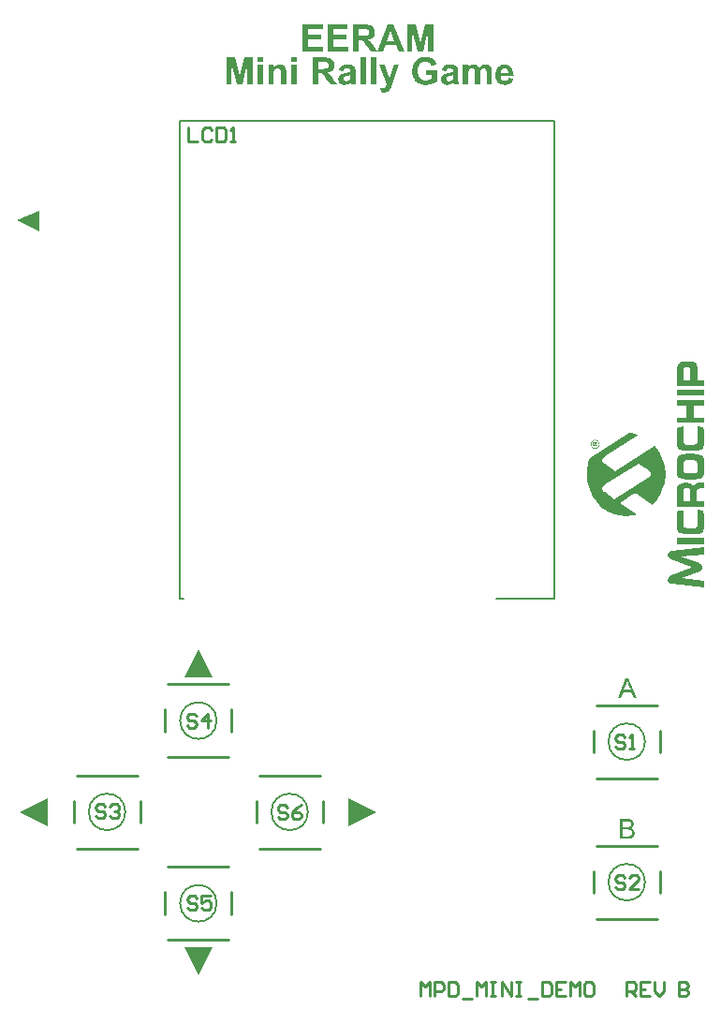
<source format=gto>
G04*
G04 #@! TF.GenerationSoftware,Altium Limited,Altium Designer,19.1.8 (144)*
G04*
G04 Layer_Color=65535*
%FSLAX24Y24*%
%MOIN*%
G70*
G01*
G75*
%ADD10C,0.0079*%
%ADD11C,0.0100*%
%ADD12C,0.0080*%
%ADD13C,0.0090*%
G36*
X1350Y27650D02*
X550Y28050D01*
X1350Y28400D01*
Y27650D01*
D02*
G37*
G36*
X7500Y11800D02*
X6500D01*
X7000Y12800D01*
X7500Y11800D01*
D02*
G37*
G36*
X13350Y7000D02*
X12350Y6500D01*
Y7500D01*
X13350Y7000D01*
D02*
G37*
G36*
X1650Y6500D02*
X650Y7000D01*
X1650Y7500D01*
Y6500D01*
D02*
G37*
G36*
X7000Y1200D02*
X6500Y2200D01*
X7500D01*
X7000Y1200D01*
D02*
G37*
G36*
X15362Y34054D02*
X15183D01*
X15182Y34809D01*
X14993Y34054D01*
X14805D01*
X14617Y34809D01*
Y34054D01*
X14438D01*
Y35014D01*
X14728D01*
X14900Y34358D01*
X15070Y35014D01*
X15362D01*
Y34054D01*
D02*
G37*
G36*
X14336D02*
X14127D01*
X14043Y34272D01*
X13657D01*
X13578Y34054D01*
X13373D01*
X13745Y35014D01*
X13950D01*
X14336Y34054D01*
D02*
G37*
G36*
X12948Y35013D02*
X12963D01*
X12979Y35012D01*
X12997D01*
X13033Y35007D01*
X13070Y35003D01*
X13105Y34996D01*
X13120Y34992D01*
X13134Y34988D01*
X13136D01*
X13137Y34987D01*
X13145Y34982D01*
X13158Y34975D01*
X13174Y34967D01*
X13193Y34953D01*
X13211Y34938D01*
X13229Y34919D01*
X13245Y34895D01*
Y34894D01*
X13247Y34892D01*
X13249Y34888D01*
X13252Y34884D01*
X13259Y34870D01*
X13267Y34852D01*
X13274Y34830D01*
X13281Y34805D01*
X13287Y34776D01*
X13288Y34745D01*
Y34744D01*
Y34741D01*
Y34734D01*
X13287Y34727D01*
Y34717D01*
X13285Y34708D01*
X13280Y34683D01*
X13273Y34653D01*
X13262Y34624D01*
X13245Y34594D01*
X13236Y34580D01*
X13224Y34566D01*
X13223Y34565D01*
X13222Y34563D01*
X13217Y34559D01*
X13212Y34555D01*
X13206Y34549D01*
X13198Y34542D01*
X13188Y34535D01*
X13177Y34528D01*
X13165Y34520D01*
X13149Y34513D01*
X13134Y34506D01*
X13118Y34499D01*
X13098Y34492D01*
X13079Y34487D01*
X13058Y34481D01*
X13034Y34477D01*
X13036D01*
X13037Y34476D01*
X13045Y34470D01*
X13056Y34463D01*
X13070Y34454D01*
X13087Y34441D01*
X13104Y34429D01*
X13122Y34413D01*
X13137Y34397D01*
X13138Y34395D01*
X13145Y34388D01*
X13154Y34377D01*
X13166Y34361D01*
X13183Y34340D01*
X13191Y34326D01*
X13201Y34312D01*
X13212Y34297D01*
X13223Y34280D01*
X13236Y34261D01*
X13248Y34241D01*
X13366Y34054D01*
X13133D01*
X12994Y34262D01*
X12993Y34263D01*
X12991Y34268D01*
X12987Y34273D01*
X12982Y34280D01*
X12976Y34288D01*
X12969Y34299D01*
X12954Y34322D01*
X12936Y34347D01*
X12919Y34369D01*
X12904Y34390D01*
X12897Y34397D01*
X12891Y34404D01*
X12890Y34405D01*
X12887Y34408D01*
X12882Y34413D01*
X12875Y34420D01*
X12865Y34426D01*
X12855Y34433D01*
X12844Y34438D01*
X12833Y34444D01*
X12832D01*
X12827Y34445D01*
X12821Y34448D01*
X12809Y34449D01*
X12796Y34452D01*
X12779Y34454D01*
X12759Y34455D01*
X12697D01*
Y34054D01*
X12503D01*
Y35014D01*
X12936D01*
X12948Y35013D01*
D02*
G37*
G36*
X12319Y34852D02*
X11802D01*
Y34640D01*
X12283D01*
Y34477D01*
X11802D01*
Y34216D01*
X12337D01*
Y34054D01*
X11607D01*
Y35014D01*
X12319D01*
Y34852D01*
D02*
G37*
G36*
X11424D02*
X10906D01*
Y34640D01*
X11388D01*
Y34477D01*
X10906D01*
Y34216D01*
X11442D01*
Y34054D01*
X10712Y34054D01*
Y35014D01*
X11424Y35014D01*
Y34852D01*
D02*
G37*
G36*
X10497Y33673D02*
X10312D01*
Y33844D01*
X10497D01*
Y33673D01*
D02*
G37*
G36*
X9303D02*
X9119D01*
Y33844D01*
X9303D01*
Y33673D01*
D02*
G37*
G36*
X15115Y33860D02*
X15130Y33859D01*
X15148Y33858D01*
X15168Y33856D01*
X15188Y33852D01*
X15233Y33844D01*
X15279Y33830D01*
X15302Y33821D01*
X15324Y33812D01*
X15345Y33801D01*
X15365Y33787D01*
X15366Y33785D01*
X15369Y33784D01*
X15374Y33778D01*
X15381Y33773D01*
X15390Y33766D01*
X15398Y33756D01*
X15408Y33745D01*
X15419Y33733D01*
X15430Y33719D01*
X15441Y33703D01*
X15452Y33687D01*
X15462Y33667D01*
X15473Y33648D01*
X15481Y33627D01*
X15490Y33604D01*
X15495Y33580D01*
X15302Y33544D01*
Y33545D01*
X15301Y33547D01*
X15298Y33555D01*
X15293Y33567D01*
X15284Y33584D01*
X15275Y33602D01*
X15261Y33620D01*
X15244Y33638D01*
X15225Y33655D01*
X15222Y33656D01*
X15215Y33662D01*
X15202Y33669D01*
X15187Y33676D01*
X15166Y33684D01*
X15143Y33690D01*
X15116Y33695D01*
X15086Y33697D01*
X15073D01*
X15065Y33695D01*
X15054Y33694D01*
X15041Y33692D01*
X15027Y33690D01*
X15012Y33687D01*
X14980Y33677D01*
X14964Y33670D01*
X14947Y33662D01*
X14930Y33652D01*
X14914Y33642D01*
X14898Y33629D01*
X14883Y33615D01*
X14882Y33613D01*
X14880Y33610D01*
X14876Y33606D01*
X14872Y33599D01*
X14866Y33591D01*
X14859Y33581D01*
X14853Y33569D01*
X14847Y33555D01*
X14840Y33538D01*
X14833Y33520D01*
X14826Y33501D01*
X14821Y33480D01*
X14816Y33456D01*
X14812Y33430D01*
X14811Y33404D01*
X14810Y33375D01*
Y33373D01*
Y33368D01*
Y33358D01*
X14811Y33347D01*
X14812Y33331D01*
X14814Y33316D01*
X14816Y33297D01*
X14819Y33277D01*
X14828Y33236D01*
X14841Y33193D01*
X14850Y33172D01*
X14859Y33152D01*
X14872Y33133D01*
X14884Y33116D01*
X14886Y33115D01*
X14889Y33112D01*
X14893Y33108D01*
X14898Y33102D01*
X14907Y33097D01*
X14915Y33089D01*
X14926Y33082D01*
X14939Y33073D01*
X14952Y33065D01*
X14966Y33058D01*
X15001Y33044D01*
X15021Y33039D01*
X15040Y33034D01*
X15062Y33032D01*
X15084Y33030D01*
X15095D01*
X15107Y33032D01*
X15123Y33033D01*
X15141Y33036D01*
X15162Y33040D01*
X15184Y33046D01*
X15207Y33054D01*
X15208D01*
X15209Y33055D01*
X15216Y33058D01*
X15229Y33064D01*
X15243Y33071D01*
X15259Y33079D01*
X15277Y33089D01*
X15295Y33100D01*
X15312Y33112D01*
Y33236D01*
X15090D01*
Y33398D01*
X15508D01*
Y33012D01*
X15505Y33009D01*
X15501Y33007D01*
X15497Y33003D01*
X15490Y32997D01*
X15483Y32991D01*
X15463Y32978D01*
X15437Y32962D01*
X15406Y32944D01*
X15372Y32926D01*
X15330Y32910D01*
X15329D01*
X15324Y32908D01*
X15319Y32905D01*
X15311Y32903D01*
X15299Y32900D01*
X15287Y32896D01*
X15273Y32891D01*
X15258Y32887D01*
X15223Y32879D01*
X15183Y32872D01*
X15141Y32866D01*
X15097Y32865D01*
X15082D01*
X15072Y32866D01*
X15058D01*
X15043Y32868D01*
X15026Y32871D01*
X15007Y32873D01*
X14966Y32880D01*
X14922Y32891D01*
X14876Y32907D01*
X14855Y32916D01*
X14833Y32928D01*
X14832Y32929D01*
X14829Y32930D01*
X14822Y32935D01*
X14815Y32940D01*
X14805Y32946D01*
X14796Y32954D01*
X14783Y32964D01*
X14771Y32975D01*
X14743Y33000D01*
X14715Y33032D01*
X14689Y33068D01*
X14665Y33109D01*
Y33111D01*
X14662Y33115D01*
X14660Y33122D01*
X14657Y33130D01*
X14653Y33141D01*
X14647Y33154D01*
X14643Y33169D01*
X14637Y33186D01*
X14632Y33204D01*
X14628Y33225D01*
X14618Y33268D01*
X14612Y33315D01*
X14610Y33366D01*
Y33368D01*
Y33373D01*
Y33381D01*
X14611Y33391D01*
Y33405D01*
X14612Y33420D01*
X14615Y33437D01*
X14618Y33456D01*
X14625Y33497D01*
X14636Y33542D01*
X14651Y33588D01*
X14661Y33610D01*
X14672Y33633D01*
X14674Y33634D01*
X14675Y33638D01*
X14679Y33644D01*
X14683Y33652D01*
X14690Y33662D01*
X14698Y33673D01*
X14708Y33685D01*
X14718Y33699D01*
X14730Y33713D01*
X14744Y33728D01*
X14760Y33744D01*
X14776Y33759D01*
X14794Y33773D01*
X14812Y33788D01*
X14855Y33813D01*
X14857D01*
X14859Y33816D01*
X14865Y33817D01*
X14872Y33821D01*
X14882Y33824D01*
X14891Y33828D01*
X14905Y33833D01*
X14919Y33838D01*
X14934Y33842D01*
X14952Y33846D01*
X14972Y33851D01*
X14991Y33855D01*
X15036Y33860D01*
X15086Y33862D01*
X15102D01*
X15115Y33860D01*
D02*
G37*
G36*
X17241Y33594D02*
X17259Y33591D01*
X17280Y33587D01*
X17301Y33581D01*
X17323Y33574D01*
X17344Y33563D01*
X17347Y33562D01*
X17352Y33558D01*
X17362Y33551D01*
X17375Y33541D01*
X17387Y33527D01*
X17401Y33512D01*
X17413Y33494D01*
X17425Y33472D01*
X17426Y33470D01*
X17427Y33463D01*
X17430Y33452D01*
X17434Y33437D01*
X17438Y33418D01*
X17441Y33393D01*
X17443Y33362D01*
X17444Y33327D01*
Y32883D01*
X17259D01*
Y33280D01*
Y33282D01*
Y33284D01*
Y33290D01*
Y33297D01*
X17258Y33315D01*
X17257Y33336D01*
X17255Y33358D01*
X17251Y33380D01*
X17247Y33399D01*
X17243Y33406D01*
X17240Y33413D01*
X17239Y33415D01*
X17234Y33420D01*
X17229Y33426D01*
X17220Y33434D01*
X17209Y33441D01*
X17196Y33448D01*
X17179Y33452D01*
X17161Y33454D01*
X17154D01*
X17147Y33452D01*
X17137Y33451D01*
X17126Y33448D01*
X17114Y33444D01*
X17100Y33438D01*
X17087Y33430D01*
X17086Y33429D01*
X17082Y33426D01*
X17076Y33420D01*
X17069Y33412D01*
X17061Y33402D01*
X17053Y33391D01*
X17046Y33377D01*
X17039Y33361D01*
Y33358D01*
X17036Y33352D01*
X17034Y33341D01*
X17032Y33326D01*
X17029Y33305D01*
X17028Y33280D01*
X17025Y33251D01*
Y33216D01*
Y32883D01*
X16840D01*
Y33263D01*
Y33265D01*
Y33268D01*
Y33273D01*
Y33280D01*
Y33297D01*
X16839Y33318D01*
X16837Y33340D01*
X16836Y33361D01*
X16833Y33380D01*
X16830Y33388D01*
X16829Y33394D01*
Y33395D01*
X16828Y33399D01*
X16825Y33405D01*
X16822Y33411D01*
X16812Y33426D01*
X16805Y33433D01*
X16799Y33438D01*
X16797Y33440D01*
X16794Y33441D01*
X16790Y33444D01*
X16785Y33447D01*
X16776Y33449D01*
X16767Y33451D01*
X16755Y33454D01*
X16736D01*
X16728Y33452D01*
X16718Y33451D01*
X16706Y33448D01*
X16693Y33444D01*
X16681Y33438D01*
X16667Y33430D01*
X16665Y33429D01*
X16661Y33426D01*
X16656Y33420D01*
X16649Y33413D01*
X16640Y33404D01*
X16632Y33393D01*
X16625Y33379D01*
X16618Y33363D01*
Y33362D01*
X16615Y33355D01*
X16614Y33344D01*
X16611Y33330D01*
X16608Y33309D01*
X16607Y33286D01*
X16604Y33255D01*
Y33220D01*
Y32883D01*
X16420Y32883D01*
Y33580D01*
X16589Y33580D01*
Y33484D01*
X16590Y33486D01*
X16593Y33488D01*
X16599Y33494D01*
X16606Y33502D01*
X16614Y33511D01*
X16624Y33519D01*
X16636Y33530D01*
X16650Y33540D01*
X16665Y33549D01*
X16682Y33561D01*
X16718Y33579D01*
X16739Y33585D01*
X16760Y33591D01*
X16782Y33594D01*
X16805Y33595D01*
X16817D01*
X16829Y33594D01*
X16844Y33592D01*
X16862Y33588D01*
X16882Y33584D01*
X16901Y33577D01*
X16921Y33567D01*
X16923Y33566D01*
X16929Y33562D01*
X16939Y33556D01*
X16950Y33547D01*
X16962Y33534D01*
X16976Y33520D01*
X16990Y33502D01*
X17003Y33483D01*
X17005Y33486D01*
X17011Y33492D01*
X17019Y33502D01*
X17032Y33515D01*
X17047Y33529D01*
X17064Y33542D01*
X17082Y33556D01*
X17101Y33567D01*
X17104Y33569D01*
X17111Y33572D01*
X17122Y33576D01*
X17136Y33581D01*
X17152Y33587D01*
X17172Y33591D01*
X17193Y33594D01*
X17215Y33595D01*
X17227D01*
X17241Y33594D01*
D02*
G37*
G36*
X9913Y33594D02*
X9928Y33592D01*
X9945Y33590D01*
X9963Y33585D01*
X9982Y33580D01*
X10001Y33573D01*
X10004Y33572D01*
X10010Y33569D01*
X10020Y33565D01*
X10031Y33558D01*
X10043Y33549D01*
X10056Y33540D01*
X10068Y33529D01*
X10079Y33516D01*
X10081Y33515D01*
X10083Y33511D01*
X10088Y33504D01*
X10093Y33494D01*
X10100Y33483D01*
X10106Y33469D01*
X10111Y33455D01*
X10115Y33438D01*
Y33437D01*
X10117Y33430D01*
X10119Y33420D01*
X10121Y33406D01*
X10124Y33390D01*
X10125Y33368D01*
X10126Y33344D01*
Y33315D01*
Y32883D01*
X9942D01*
Y33237D01*
Y33238D01*
Y33243D01*
Y33248D01*
Y33255D01*
Y33265D01*
Y33275D01*
X9940Y33298D01*
X9939Y33322D01*
X9936Y33347D01*
X9933Y33368D01*
X9932Y33376D01*
X9929Y33383D01*
Y33384D01*
X9927Y33388D01*
X9924Y33394D01*
X9920Y33402D01*
X9907Y33419D01*
X9900Y33427D01*
X9890Y33434D01*
X9889Y33436D01*
X9886Y33437D01*
X9881Y33440D01*
X9872Y33444D01*
X9863Y33448D01*
X9853Y33451D01*
X9840Y33452D01*
X9827Y33454D01*
X9818D01*
X9810Y33452D01*
X9799Y33451D01*
X9785Y33447D01*
X9771Y33443D01*
X9756Y33436D01*
X9741Y33427D01*
X9739Y33426D01*
X9735Y33423D01*
X9728Y33416D01*
X9720Y33409D01*
X9711Y33398D01*
X9703Y33387D01*
X9695Y33372D01*
X9689Y33356D01*
Y33355D01*
X9686Y33348D01*
X9685Y33337D01*
X9682Y33320D01*
X9681Y33311D01*
X9679Y33298D01*
X9678Y33286D01*
Y33270D01*
X9677Y33255D01*
X9675Y33237D01*
Y33218D01*
Y33197D01*
Y32883D01*
X9491D01*
Y33580D01*
X9661D01*
Y33477D01*
X9663Y33479D01*
X9666Y33483D01*
X9671Y33488D01*
X9678Y33495D01*
X9686Y33505D01*
X9698Y33515D01*
X9710Y33526D01*
X9724Y33537D01*
X9739Y33547D01*
X9757Y33558D01*
X9775Y33567D01*
X9796Y33577D01*
X9818Y33584D01*
X9840Y33590D01*
X9865Y33594D01*
X9890Y33595D01*
X9900D01*
X9913Y33594D01*
D02*
G37*
G36*
X8924Y32883D02*
X8745D01*
X8744Y33638D01*
X8555Y32883D01*
X8368D01*
X8179Y33638D01*
Y32883D01*
X8000D01*
Y33844D01*
X8290D01*
X8462Y33187D01*
X8633Y33844D01*
X8924D01*
Y32883D01*
D02*
G37*
G36*
X13905Y32908D02*
X13860Y32789D01*
X13859Y32786D01*
X13856Y32779D01*
X13850Y32768D01*
X13845Y32754D01*
X13838Y32739D01*
X13830Y32724D01*
X13821Y32710D01*
X13813Y32696D01*
X13812Y32694D01*
X13809Y32690D01*
X13805Y32685D01*
X13799Y32676D01*
X13784Y32660D01*
X13763Y32643D01*
X13762Y32642D01*
X13757Y32640D01*
X13752Y32636D01*
X13744Y32632D01*
X13734Y32628D01*
X13723Y32622D01*
X13709Y32617D01*
X13694Y32612D01*
X13692D01*
X13687Y32611D01*
X13678Y32608D01*
X13666Y32607D01*
X13652Y32604D01*
X13637Y32601D01*
X13619Y32600D01*
X13591D01*
X13580Y32601D01*
X13567D01*
X13551Y32603D01*
X13534Y32606D01*
X13496Y32612D01*
X13480Y32757D01*
X13481D01*
X13487Y32755D01*
X13495Y32754D01*
X13506Y32753D01*
X13517Y32750D01*
X13531Y32749D01*
X13558Y32747D01*
X13569D01*
X13580Y32750D01*
X13594Y32753D01*
X13609Y32757D01*
X13624Y32764D01*
X13639Y32773D01*
X13652Y32786D01*
X13653Y32787D01*
X13657Y32793D01*
X13663Y32801D01*
X13670Y32812D01*
X13677Y32826D01*
X13685Y32843D01*
X13692Y32861D01*
X13699Y32882D01*
X13435Y33580D01*
X13631D01*
X13796Y33084D01*
X13960Y33580D01*
X14150D01*
X13905Y32908D01*
D02*
G37*
G36*
X15988Y33594D02*
X15999D01*
X16027Y33591D01*
X16056Y33588D01*
X16086Y33583D01*
X16116Y33574D01*
X16128Y33570D01*
X16141Y33565D01*
X16142D01*
X16143Y33563D01*
X16150Y33559D01*
X16161Y33554D01*
X16174Y33545D01*
X16189Y33534D01*
X16203Y33522D01*
X16216Y33506D01*
X16227Y33491D01*
X16228Y33488D01*
X16231Y33483D01*
X16235Y33470D01*
X16236Y33463D01*
X16239Y33454D01*
X16242Y33444D01*
X16243Y33431D01*
X16246Y33418D01*
X16248Y33402D01*
X16249Y33386D01*
X16250Y33368D01*
X16252Y33348D01*
Y33326D01*
X16249Y33111D01*
Y33109D01*
Y33107D01*
Y33102D01*
Y33096D01*
Y33079D01*
X16250Y33059D01*
Y33037D01*
X16253Y33015D01*
X16254Y32993D01*
X16257Y32975D01*
Y32973D01*
X16259Y32968D01*
X16261Y32958D01*
X16264Y32947D01*
X16270Y32933D01*
X16275Y32918D01*
X16282Y32901D01*
X16291Y32883D01*
X16109D01*
Y32885D01*
X16107Y32886D01*
X16106Y32891D01*
X16103Y32897D01*
X16100Y32904D01*
X16098Y32914D01*
X16095Y32925D01*
X16091Y32937D01*
Y32939D01*
X16089Y32940D01*
X16088Y32946D01*
X16085Y32953D01*
X16084Y32958D01*
X16081Y32957D01*
X16075Y32951D01*
X16066Y32943D01*
X16053Y32933D01*
X16038Y32922D01*
X16021Y32910D01*
X16002Y32900D01*
X15982Y32890D01*
X15980Y32889D01*
X15973Y32887D01*
X15962Y32883D01*
X15948Y32879D01*
X15931Y32875D01*
X15912Y32872D01*
X15889Y32869D01*
X15867Y32868D01*
X15857D01*
X15849Y32869D01*
X15841D01*
X15830Y32871D01*
X15806Y32875D01*
X15778Y32882D01*
X15751Y32891D01*
X15723Y32905D01*
X15698Y32925D01*
Y32926D01*
X15695Y32928D01*
X15688Y32936D01*
X15678Y32948D01*
X15667Y32965D01*
X15656Y32986D01*
X15646Y33011D01*
X15640Y33040D01*
X15638Y33055D01*
X15637Y33072D01*
Y33075D01*
Y33082D01*
X15638Y33093D01*
X15641Y33107D01*
X15644Y33123D01*
X15648Y33140D01*
X15655Y33158D01*
X15665Y33176D01*
X15666Y33179D01*
X15670Y33184D01*
X15676Y33193D01*
X15685Y33202D01*
X15695Y33214D01*
X15709Y33226D01*
X15724Y33237D01*
X15742Y33247D01*
X15745Y33248D01*
X15752Y33251D01*
X15763Y33255D01*
X15780Y33262D01*
X15801Y33269D01*
X15826Y33276D01*
X15856Y33283D01*
X15889Y33290D01*
X15891D01*
X15895Y33291D01*
X15902Y33293D01*
X15910Y33294D01*
X15921Y33295D01*
X15934Y33298D01*
X15962Y33305D01*
X15991Y33312D01*
X16021Y33319D01*
X16048Y33327D01*
X16060Y33331D01*
X16070Y33336D01*
Y33354D01*
Y33356D01*
Y33362D01*
X16068Y33372D01*
X16067Y33384D01*
X16063Y33397D01*
X16059Y33409D01*
X16052Y33420D01*
X16042Y33430D01*
X16041Y33431D01*
X16037Y33434D01*
X16030Y33437D01*
X16020Y33443D01*
X16006Y33447D01*
X15989Y33449D01*
X15969Y33452D01*
X15944Y33454D01*
X15935D01*
X15927Y33452D01*
X15916Y33451D01*
X15903Y33448D01*
X15889Y33445D01*
X15877Y33440D01*
X15866Y33433D01*
X15864Y33431D01*
X15862Y33429D01*
X15856Y33424D01*
X15851Y33418D01*
X15842Y33408D01*
X15835Y33395D01*
X15828Y33381D01*
X15821Y33365D01*
X15656Y33395D01*
Y33397D01*
X15658Y33399D01*
X15659Y33405D01*
X15662Y33412D01*
X15665Y33420D01*
X15669Y33430D01*
X15678Y33452D01*
X15692Y33476D01*
X15709Y33501D01*
X15728Y33524D01*
X15752Y33545D01*
X15753D01*
X15755Y33548D01*
X15759Y33549D01*
X15764Y33554D01*
X15773Y33556D01*
X15781Y33561D01*
X15792Y33566D01*
X15803Y33570D01*
X15817Y33574D01*
X15832Y33580D01*
X15849Y33584D01*
X15869Y33587D01*
X15888Y33591D01*
X15910Y33592D01*
X15932Y33595D01*
X15978D01*
X15988Y33594D01*
D02*
G37*
G36*
X13333Y32883D02*
X13148D01*
Y33844D01*
X13333D01*
Y32883D01*
D02*
G37*
G36*
X12959D02*
X12775D01*
Y33844D01*
X12959D01*
Y32883D01*
D02*
G37*
G36*
X12331Y33594D02*
X12342D01*
X12369Y33591D01*
X12399Y33588D01*
X12429Y33583D01*
X12458Y33574D01*
X12471Y33570D01*
X12483Y33565D01*
X12485D01*
X12486Y33563D01*
X12493Y33559D01*
X12504Y33554D01*
X12517Y33545D01*
X12532Y33534D01*
X12546Y33522D01*
X12558Y33506D01*
X12569Y33491D01*
X12571Y33488D01*
X12573Y33483D01*
X12578Y33470D01*
X12579Y33463D01*
X12582Y33454D01*
X12585Y33444D01*
X12586Y33431D01*
X12589Y33418D01*
X12590Y33402D01*
X12592Y33386D01*
X12593Y33368D01*
X12594Y33348D01*
Y33326D01*
X12592Y33111D01*
Y33109D01*
Y33107D01*
Y33102D01*
Y33096D01*
Y33079D01*
X12593Y33059D01*
Y33037D01*
X12596Y33015D01*
X12597Y32993D01*
X12600Y32975D01*
Y32973D01*
X12601Y32968D01*
X12604Y32958D01*
X12607Y32947D01*
X12612Y32933D01*
X12618Y32918D01*
X12625Y32901D01*
X12633Y32883D01*
X12451D01*
Y32885D01*
X12450Y32886D01*
X12449Y32891D01*
X12446Y32897D01*
X12443Y32904D01*
X12440Y32914D01*
X12437Y32925D01*
X12433Y32937D01*
Y32939D01*
X12432Y32940D01*
X12430Y32946D01*
X12428Y32953D01*
X12426Y32958D01*
X12424Y32957D01*
X12418Y32951D01*
X12408Y32943D01*
X12396Y32933D01*
X12381Y32922D01*
X12364Y32910D01*
X12344Y32900D01*
X12325Y32890D01*
X12322Y32889D01*
X12315Y32887D01*
X12304Y32883D01*
X12290Y32879D01*
X12274Y32875D01*
X12254Y32872D01*
X12232Y32869D01*
X12210Y32868D01*
X12200D01*
X12192Y32869D01*
X12183D01*
X12172Y32871D01*
X12149Y32875D01*
X12121Y32882D01*
X12093Y32891D01*
X12065Y32905D01*
X12040Y32925D01*
Y32926D01*
X12038Y32928D01*
X12031Y32936D01*
X12021Y32948D01*
X12010Y32965D01*
X11999Y32986D01*
X11989Y33011D01*
X11982Y33040D01*
X11981Y33055D01*
X11979Y33072D01*
Y33075D01*
Y33082D01*
X11981Y33093D01*
X11984Y33107D01*
X11986Y33123D01*
X11990Y33140D01*
X11997Y33158D01*
X12007Y33176D01*
X12009Y33179D01*
X12013Y33184D01*
X12018Y33193D01*
X12028Y33202D01*
X12038Y33214D01*
X12052Y33226D01*
X12067Y33237D01*
X12085Y33247D01*
X12088Y33248D01*
X12095Y33251D01*
X12106Y33255D01*
X12122Y33262D01*
X12143Y33269D01*
X12168Y33276D01*
X12199Y33283D01*
X12232Y33290D01*
X12233D01*
X12238Y33291D01*
X12244Y33293D01*
X12253Y33294D01*
X12264Y33295D01*
X12276Y33298D01*
X12304Y33305D01*
X12333Y33312D01*
X12364Y33319D01*
X12390Y33327D01*
X12403Y33331D01*
X12412Y33336D01*
Y33354D01*
Y33356D01*
Y33362D01*
X12411Y33372D01*
X12410Y33384D01*
X12406Y33397D01*
X12401Y33409D01*
X12394Y33420D01*
X12385Y33430D01*
X12383Y33431D01*
X12379Y33434D01*
X12372Y33437D01*
X12362Y33443D01*
X12349Y33447D01*
X12332Y33449D01*
X12311Y33452D01*
X12286Y33454D01*
X12278D01*
X12269Y33452D01*
X12258Y33451D01*
X12246Y33448D01*
X12232Y33445D01*
X12220Y33440D01*
X12208Y33433D01*
X12207Y33431D01*
X12204Y33429D01*
X12199Y33424D01*
X12193Y33418D01*
X12185Y33408D01*
X12178Y33395D01*
X12171Y33381D01*
X12164Y33365D01*
X11999Y33395D01*
Y33397D01*
X12000Y33399D01*
X12002Y33405D01*
X12004Y33412D01*
X12007Y33420D01*
X12011Y33430D01*
X12021Y33452D01*
X12035Y33476D01*
X12052Y33501D01*
X12071Y33524D01*
X12095Y33545D01*
X12096D01*
X12097Y33548D01*
X12102Y33549D01*
X12107Y33554D01*
X12115Y33556D01*
X12124Y33561D01*
X12135Y33566D01*
X12146Y33570D01*
X12160Y33574D01*
X12175Y33580D01*
X12192Y33584D01*
X12211Y33587D01*
X12231Y33591D01*
X12253Y33592D01*
X12275Y33595D01*
X12321D01*
X12331Y33594D01*
D02*
G37*
G36*
X11507Y33842D02*
X11523D01*
X11538Y33841D01*
X11556D01*
X11592Y33837D01*
X11630Y33833D01*
X11664Y33826D01*
X11680Y33821D01*
X11693Y33817D01*
X11695D01*
X11696Y33816D01*
X11705Y33812D01*
X11717Y33805D01*
X11734Y33796D01*
X11752Y33783D01*
X11770Y33767D01*
X11788Y33748D01*
X11805Y33724D01*
Y33723D01*
X11806Y33722D01*
X11809Y33717D01*
X11811Y33713D01*
X11818Y33699D01*
X11827Y33681D01*
X11834Y33659D01*
X11841Y33634D01*
X11846Y33605D01*
X11848Y33574D01*
Y33573D01*
Y33570D01*
Y33563D01*
X11846Y33556D01*
Y33547D01*
X11845Y33537D01*
X11839Y33512D01*
X11832Y33483D01*
X11821Y33454D01*
X11805Y33423D01*
X11795Y33409D01*
X11784Y33395D01*
X11782Y33394D01*
X11781Y33393D01*
X11777Y33388D01*
X11771Y33384D01*
X11766Y33379D01*
X11757Y33372D01*
X11748Y33365D01*
X11737Y33358D01*
X11724Y33350D01*
X11709Y33343D01*
X11693Y33336D01*
X11677Y33329D01*
X11657Y33322D01*
X11638Y33316D01*
X11617Y33311D01*
X11594Y33306D01*
X11595D01*
X11596Y33305D01*
X11605Y33300D01*
X11616Y33293D01*
X11630Y33283D01*
X11646Y33270D01*
X11663Y33258D01*
X11681Y33243D01*
X11696Y33226D01*
X11698Y33225D01*
X11705Y33218D01*
X11713Y33207D01*
X11725Y33190D01*
X11742Y33169D01*
X11750Y33155D01*
X11760Y33141D01*
X11771Y33126D01*
X11782Y33109D01*
X11795Y33090D01*
X11807Y33071D01*
X11925Y32883D01*
X11692D01*
X11553Y33091D01*
X11552Y33093D01*
X11551Y33097D01*
X11546Y33102D01*
X11541Y33109D01*
X11535Y33118D01*
X11528Y33129D01*
X11513Y33151D01*
X11495Y33176D01*
X11478Y33198D01*
X11463Y33219D01*
X11456Y33226D01*
X11451Y33233D01*
X11449Y33234D01*
X11446Y33237D01*
X11441Y33243D01*
X11434Y33250D01*
X11424Y33255D01*
X11414Y33262D01*
X11403Y33268D01*
X11392Y33273D01*
X11391D01*
X11387Y33275D01*
X11380Y33277D01*
X11369Y33279D01*
X11355Y33282D01*
X11338Y33283D01*
X11319Y33284D01*
X11256D01*
Y32883D01*
X11062D01*
Y33844D01*
X11495D01*
X11507Y33842D01*
D02*
G37*
G36*
X10497Y32883D02*
X10312D01*
Y33580D01*
X10497D01*
Y32883D01*
D02*
G37*
G36*
X9303D02*
X9119D01*
Y33580D01*
X9303D01*
Y32883D01*
D02*
G37*
G36*
X17917Y33594D02*
X17930Y33592D01*
X17945Y33590D01*
X17962Y33587D01*
X17980Y33583D01*
X17999Y33577D01*
X18019Y33570D01*
X18039Y33562D01*
X18060Y33551D01*
X18080Y33540D01*
X18099Y33526D01*
X18119Y33509D01*
X18135Y33491D01*
X18137Y33490D01*
X18139Y33487D01*
X18144Y33480D01*
X18149Y33472D01*
X18156Y33461D01*
X18163Y33448D01*
X18171Y33431D01*
X18180Y33413D01*
X18188Y33393D01*
X18196Y33369D01*
X18203Y33344D01*
X18210Y33315D01*
X18216Y33284D01*
X18220Y33251D01*
X18223Y33216D01*
Y33177D01*
X17762D01*
Y33176D01*
Y33173D01*
Y33169D01*
X17763Y33164D01*
X17765Y33150D01*
X17767Y33130D01*
X17773Y33111D01*
X17781Y33089D01*
X17791Y33068D01*
X17805Y33050D01*
X17806Y33048D01*
X17813Y33043D01*
X17821Y33036D01*
X17834Y33028D01*
X17849Y33019D01*
X17869Y33012D01*
X17889Y33007D01*
X17912Y33005D01*
X17919D01*
X17927Y33007D01*
X17937Y33008D01*
X17948Y33011D01*
X17960Y33015D01*
X17973Y33021D01*
X17984Y33029D01*
X17985Y33030D01*
X17989Y33033D01*
X17995Y33039D01*
X18001Y33047D01*
X18009Y33058D01*
X18016Y33071D01*
X18023Y33087D01*
X18030Y33105D01*
X18213Y33075D01*
Y33073D01*
X18212Y33071D01*
X18209Y33065D01*
X18206Y33058D01*
X18202Y33050D01*
X18198Y33040D01*
X18185Y33018D01*
X18170Y32993D01*
X18150Y32966D01*
X18127Y32943D01*
X18100Y32921D01*
X18099D01*
X18098Y32918D01*
X18092Y32916D01*
X18087Y32912D01*
X18080Y32908D01*
X18070Y32904D01*
X18060Y32900D01*
X18048Y32894D01*
X18020Y32885D01*
X17988Y32876D01*
X17951Y32871D01*
X17910Y32868D01*
X17902D01*
X17894Y32869D01*
X17881D01*
X17866Y32872D01*
X17848Y32875D01*
X17828Y32878D01*
X17809Y32883D01*
X17787Y32889D01*
X17765Y32897D01*
X17742Y32907D01*
X17720Y32918D01*
X17698Y32932D01*
X17677Y32947D01*
X17659Y32965D01*
X17641Y32986D01*
X17640Y32987D01*
X17638Y32990D01*
X17636Y32996D01*
X17630Y33003D01*
X17626Y33012D01*
X17620Y33023D01*
X17613Y33036D01*
X17608Y33051D01*
X17601Y33068D01*
X17595Y33086D01*
X17588Y33105D01*
X17584Y33127D01*
X17580Y33150D01*
X17576Y33173D01*
X17574Y33200D01*
X17573Y33226D01*
Y33227D01*
Y33233D01*
Y33243D01*
X17574Y33255D01*
X17576Y33269D01*
X17577Y33286D01*
X17580Y33304D01*
X17584Y33325D01*
X17595Y33368D01*
X17602Y33390D01*
X17611Y33413D01*
X17622Y33436D01*
X17634Y33456D01*
X17648Y33477D01*
X17663Y33497D01*
X17665Y33498D01*
X17667Y33501D01*
X17673Y33506D01*
X17680Y33512D01*
X17688Y33519D01*
X17699Y33527D01*
X17712Y33537D01*
X17726Y33547D01*
X17741Y33555D01*
X17759Y33565D01*
X17777Y33573D01*
X17798Y33580D01*
X17819Y33585D01*
X17842Y33591D01*
X17866Y33594D01*
X17891Y33595D01*
X17906D01*
X17917Y33594D01*
D02*
G37*
G36*
X24500Y23027D02*
X24536Y23023D01*
X24579Y23016D01*
X24622Y23008D01*
X24658Y22992D01*
X24693Y22972D01*
X24697D01*
X24701Y22964D01*
X24713Y22953D01*
X24725Y22941D01*
X24736Y22921D01*
X24744Y22898D01*
X24752Y22874D01*
X24756Y22842D01*
Y22362D01*
X25000D01*
Y22166D01*
X24036D01*
Y22799D01*
X24040Y22819D01*
X24044Y22850D01*
X24056Y22886D01*
X24075Y22925D01*
X24103Y22961D01*
X24142Y22992D01*
X24197Y23016D01*
X24201D01*
X24209Y23020D01*
X24225D01*
X24244Y23023D01*
X24268Y23027D01*
X24296D01*
X24331Y23031D01*
X24366D01*
X24441D01*
X24449D01*
X24469D01*
X24500Y23027D01*
D02*
G37*
G36*
X25000Y21808D02*
X24036D01*
Y22036D01*
X25000D01*
Y21808D01*
D02*
G37*
G36*
Y21465D02*
X24634D01*
Y21028D01*
X25000D01*
Y20840D01*
X24036D01*
Y21028D01*
X24374D01*
Y21465D01*
X24036D01*
Y21666D01*
X25000D01*
Y21465D01*
D02*
G37*
G36*
X24847Y20710D02*
X24878Y20706D01*
X24910Y20702D01*
X24937Y20694D01*
X24957Y20682D01*
X24961D01*
X24965Y20674D01*
X24972Y20662D01*
X24980Y20647D01*
X24992Y20623D01*
X25000Y20592D01*
X25004Y20552D01*
X25008Y20505D01*
Y20112D01*
X25004Y20080D01*
X24996Y20041D01*
X24984Y20001D01*
X24965Y19958D01*
X24941Y19923D01*
X24906Y19895D01*
X24902D01*
X24890Y19887D01*
X24870Y19879D01*
X24847Y19872D01*
X24811Y19864D01*
X24772Y19856D01*
X24721Y19852D01*
X24666Y19848D01*
X24374D01*
X24370D01*
X24363D01*
X24351D01*
X24335Y19852D01*
X24296Y19856D01*
X24244Y19864D01*
X24193Y19875D01*
X24142Y19899D01*
X24099Y19927D01*
X24079Y19946D01*
X24063Y19966D01*
Y19970D01*
X24056Y19978D01*
X24052Y19990D01*
X24044Y20009D01*
X24036Y20033D01*
X24032Y20064D01*
X24024Y20100D01*
Y20525D01*
X24028Y20572D01*
X24032Y20592D01*
X24036Y20607D01*
Y20611D01*
X24040Y20619D01*
X24052Y20647D01*
X24067Y20662D01*
X24083Y20674D01*
X24103Y20686D01*
X24130Y20694D01*
X24134D01*
X24138Y20698D01*
X24150D01*
X24170Y20702D01*
X24189D01*
X24217Y20706D01*
X24248D01*
X24284D01*
X24272Y20178D01*
Y20175D01*
X24276Y20159D01*
X24280Y20139D01*
X24296Y20119D01*
X24315Y20096D01*
X24351Y20076D01*
X24374Y20068D01*
X24402Y20060D01*
X24429Y20056D01*
X24465D01*
X24571D01*
X24575D01*
X24579D01*
X24603Y20060D01*
X24630Y20064D01*
X24666Y20072D01*
X24701Y20084D01*
X24732Y20108D01*
X24756Y20135D01*
X24760Y20155D01*
X24764Y20175D01*
Y20714D01*
X24772D01*
X24788D01*
X24815D01*
X24847Y20710D01*
D02*
G37*
G36*
X21144Y20241D02*
X21171Y20237D01*
X21199Y20226D01*
X21230Y20210D01*
X21254Y20182D01*
X21274Y20143D01*
X21281Y20092D01*
Y20080D01*
X21277Y20068D01*
X21274Y20053D01*
X21262Y20013D01*
X21250Y19994D01*
X21234Y19974D01*
X21230D01*
X21226Y19966D01*
X21203Y19950D01*
X21167Y19934D01*
X21144Y19931D01*
X21120Y19927D01*
X21116D01*
X21108D01*
X21096Y19931D01*
X21085Y19934D01*
X21049Y19950D01*
X21030Y19962D01*
X21014Y19978D01*
X21010Y19982D01*
X21006Y19986D01*
X20990Y20009D01*
X20975Y20045D01*
X20967Y20068D01*
Y20100D01*
X20971Y20115D01*
X20978Y20139D01*
X20990Y20171D01*
X21006Y20198D01*
X21034Y20222D01*
X21073Y20237D01*
X21120Y20245D01*
X21128D01*
X21144Y20241D01*
D02*
G37*
G36*
X24705Y19734D02*
X24748Y19730D01*
X24803Y19722D01*
X24858Y19702D01*
X24913Y19679D01*
X24957Y19643D01*
X24976Y19620D01*
X24988Y19596D01*
Y19592D01*
X24992Y19584D01*
X24996Y19572D01*
Y19557D01*
X25000Y19537D01*
X25004Y19513D01*
X25008Y19450D01*
Y19096D01*
X25004Y19065D01*
X24996Y19029D01*
X24984Y18990D01*
X24969Y18951D01*
X24945Y18915D01*
X24913Y18884D01*
X24910Y18880D01*
X24898Y18876D01*
X24878Y18868D01*
X24850Y18860D01*
X24819Y18848D01*
X24776Y18841D01*
X24721Y18837D01*
X24662Y18833D01*
X24370D01*
X24366D01*
X24359D01*
X24343D01*
X24323Y18837D01*
X24276Y18841D01*
X24221Y18852D01*
X24162Y18872D01*
X24111Y18904D01*
X24087Y18923D01*
X24067Y18943D01*
X24052Y18970D01*
X24040Y18998D01*
Y19002D01*
X24036Y19006D01*
Y19018D01*
X24032Y19033D01*
X24028Y19073D01*
X24024Y19124D01*
Y19478D01*
X24028Y19506D01*
X24036Y19541D01*
X24044Y19576D01*
X24060Y19616D01*
X24083Y19647D01*
X24111Y19675D01*
X24115Y19679D01*
X24126Y19687D01*
X24146Y19694D01*
X24174Y19706D01*
X24213Y19718D01*
X24256Y19730D01*
X24307Y19734D01*
X24370Y19738D01*
X24662D01*
X24666D01*
X24673D01*
X24685D01*
X24705Y19734D01*
D02*
G37*
G36*
X25000Y18506D02*
X24886D01*
X24882D01*
X24874D01*
X24858D01*
X24843D01*
X24811Y18502D01*
X24795D01*
X24784Y18498D01*
X24780Y18494D01*
X24764Y18482D01*
X24752Y18463D01*
X24748Y18427D01*
Y18069D01*
X25000D01*
Y17865D01*
X24036D01*
Y18526D01*
X24040Y18549D01*
X24052Y18581D01*
X24071Y18616D01*
X24087Y18632D01*
X24107Y18652D01*
X24130Y18667D01*
X24158Y18679D01*
X24189Y18695D01*
X24229Y18703D01*
X24272Y18707D01*
X24323Y18711D01*
X24382D01*
X24386D01*
X24390D01*
X24414D01*
X24449Y18707D01*
X24488Y18699D01*
X24528Y18683D01*
X24567Y18663D01*
X24599Y18636D01*
X24622Y18601D01*
X24626D01*
Y18604D01*
X24634Y18616D01*
X24646Y18636D01*
X24666Y18656D01*
X24693Y18675D01*
X24728Y18695D01*
X24776Y18707D01*
X24839Y18711D01*
X25000D01*
Y18506D01*
D02*
G37*
G36*
X22379Y20481D02*
X22395D01*
X22419Y20478D01*
X22446Y20474D01*
X22505Y20462D01*
X22509D01*
X22521Y20458D01*
X22537Y20454D01*
X22556Y20450D01*
X22584Y20442D01*
X22611Y20434D01*
X22678Y20415D01*
X21478Y19647D01*
X21474Y19643D01*
X21462Y19639D01*
X21447Y19624D01*
X21431Y19608D01*
X21415Y19588D01*
X21399Y19565D01*
X21388Y19541D01*
X21384Y19510D01*
Y19498D01*
X21388Y19486D01*
X21396Y19470D01*
X21407Y19450D01*
X21423Y19427D01*
X21443Y19407D01*
X21474Y19384D01*
X21824Y19128D01*
X23245Y20029D01*
X23249Y20025D01*
X23261Y20009D01*
X23280Y19986D01*
X23304Y19954D01*
X23335Y19911D01*
X23367Y19860D01*
X23402Y19805D01*
X23438Y19738D01*
X23473Y19667D01*
X23509Y19584D01*
X23540Y19502D01*
X23572Y19407D01*
X23595Y19309D01*
X23615Y19207D01*
X23627Y19100D01*
X23631Y18986D01*
Y18959D01*
X23627Y18927D01*
X23623Y18884D01*
X23615Y18829D01*
X23607Y18766D01*
X23591Y18699D01*
X23572Y18620D01*
X23548Y18542D01*
X23517Y18455D01*
X23481Y18364D01*
X23438Y18274D01*
X23383Y18183D01*
X23324Y18093D01*
X23253Y18006D01*
X23170Y17920D01*
X22643Y18301D01*
X22639Y18305D01*
X22623Y18309D01*
X22600Y18317D01*
X22580Y18321D01*
X22556Y18325D01*
X22548D01*
X22529Y18321D01*
X22493Y18309D01*
X22450Y18286D01*
X22005Y18002D01*
X22592Y17581D01*
X22588D01*
X22584Y17577D01*
X22560Y17573D01*
X22525Y17566D01*
X22478Y17558D01*
X22419Y17546D01*
X22356Y17538D01*
X22281Y17534D01*
X22206Y17530D01*
X22198D01*
X22183D01*
X22151Y17534D01*
X22116Y17538D01*
X22068Y17542D01*
X22013Y17550D01*
X21950Y17566D01*
X21883Y17581D01*
X21813Y17601D01*
X21734Y17629D01*
X21655Y17664D01*
X21577Y17699D01*
X21498Y17747D01*
X21415Y17802D01*
X21337Y17865D01*
X21262Y17936D01*
X21258Y17939D01*
X21242Y17955D01*
X21222Y17979D01*
X21195Y18014D01*
X21159Y18057D01*
X21124Y18109D01*
X21085Y18168D01*
X21045Y18235D01*
X21006Y18309D01*
X20967Y18392D01*
X20927Y18482D01*
X20896Y18577D01*
X20868Y18679D01*
X20849Y18789D01*
X20833Y18904D01*
X20829Y19026D01*
Y19081D01*
X20833Y19108D01*
X20837Y19140D01*
Y19179D01*
X20845Y19218D01*
X20856Y19309D01*
X20880Y19407D01*
X20908Y19506D01*
X20947Y19604D01*
X22352Y20485D01*
X22356D01*
X22364D01*
X22379Y20481D01*
D02*
G37*
G36*
X24839Y17743D02*
X24902Y17735D01*
X24929Y17727D01*
X24949Y17719D01*
X24953D01*
X24957Y17711D01*
X24969Y17699D01*
X24976Y17684D01*
X24988Y17656D01*
X25000Y17625D01*
X25004Y17585D01*
X25008Y17538D01*
Y17149D01*
X25004Y17121D01*
X24996Y17086D01*
X24988Y17046D01*
X24976Y17007D01*
X24957Y16971D01*
X24929Y16944D01*
X24925Y16940D01*
X24913Y16936D01*
X24894Y16924D01*
X24866Y16912D01*
X24831Y16901D01*
X24784Y16893D01*
X24728Y16885D01*
X24662Y16881D01*
X24370D01*
X24366D01*
X24359D01*
X24343D01*
X24323Y16885D01*
X24272Y16893D01*
X24213Y16905D01*
X24154Y16928D01*
X24099Y16964D01*
X24075Y16987D01*
X24056Y17015D01*
X24040Y17042D01*
X24032Y17078D01*
Y17086D01*
X24028Y17105D01*
X24024Y17137D01*
Y17487D01*
X24028Y17534D01*
Y17581D01*
X24032Y17625D01*
X24040Y17660D01*
X24044Y17672D01*
X24048Y17680D01*
Y17684D01*
X24056Y17688D01*
X24067Y17695D01*
X24087Y17707D01*
X24115Y17719D01*
X24154Y17727D01*
X24205Y17731D01*
X24272Y17735D01*
Y17204D01*
X24276Y17180D01*
X24288Y17152D01*
X24311Y17125D01*
X24319Y17121D01*
X24327Y17117D01*
X24343Y17109D01*
X24363Y17105D01*
X24390Y17097D01*
X24425Y17093D01*
X24465D01*
X24571D01*
X24575D01*
X24591D01*
X24610D01*
X24630Y17097D01*
X24681Y17101D01*
X24701Y17105D01*
X24717Y17109D01*
X24725Y17113D01*
X24740Y17129D01*
X24748Y17145D01*
X24756Y17160D01*
X24760Y17184D01*
X24764Y17208D01*
Y17747D01*
X24772D01*
X24788D01*
X24811D01*
X24839Y17743D01*
D02*
G37*
G36*
X25000Y16535D02*
X24036D01*
Y16759D01*
X25000D01*
Y16535D01*
D02*
G37*
G36*
Y16169D02*
X24185Y16102D01*
Y16098D01*
X24839Y15850D01*
X24843D01*
X24854Y15842D01*
X24874Y15830D01*
X24894Y15815D01*
X24913Y15795D01*
X24933Y15771D01*
X24945Y15744D01*
X24949Y15708D01*
Y15693D01*
X24941Y15673D01*
X24933Y15649D01*
X24921Y15622D01*
X24902Y15598D01*
X24874Y15578D01*
X24839Y15559D01*
X24197Y15311D01*
Y15307D01*
X25000Y15236D01*
Y15000D01*
X23855Y15122D01*
X23847D01*
X23831Y15126D01*
X23812Y15134D01*
X23784Y15146D01*
X23760Y15161D01*
X23737Y15185D01*
X23721Y15216D01*
X23717Y15252D01*
Y15272D01*
X23725Y15295D01*
X23733Y15323D01*
X23749Y15350D01*
X23772Y15382D01*
X23804Y15405D01*
X23847Y15429D01*
X24547Y15704D01*
Y15708D01*
X23847Y15984D01*
X23843Y15988D01*
X23827Y15992D01*
X23808Y16007D01*
X23780Y16023D01*
X23757Y16047D01*
X23737Y16078D01*
X23721Y16114D01*
X23717Y16157D01*
Y16161D01*
X23721Y16173D01*
X23725Y16192D01*
X23737Y16216D01*
X23753Y16236D01*
X23780Y16255D01*
X23816Y16275D01*
X23867Y16283D01*
X25000Y16413D01*
Y16169D01*
D02*
G37*
G36*
X22284Y6753D02*
X22292D01*
X22310Y6751D01*
X22331Y6749D01*
X22352Y6745D01*
X22374Y6740D01*
X22393Y6733D01*
X22394D01*
X22395Y6732D01*
X22401Y6729D01*
X22410Y6724D01*
X22420Y6717D01*
X22433Y6708D01*
X22446Y6696D01*
X22458Y6682D01*
X22469Y6667D01*
X22470Y6665D01*
X22473Y6659D01*
X22478Y6651D01*
X22484Y6638D01*
X22489Y6624D01*
X22494Y6609D01*
X22497Y6592D01*
X22498Y6574D01*
Y6572D01*
Y6567D01*
X22497Y6558D01*
X22495Y6547D01*
X22492Y6534D01*
X22487Y6519D01*
X22480Y6505D01*
X22472Y6490D01*
X22471Y6488D01*
X22468Y6484D01*
X22462Y6476D01*
X22454Y6467D01*
X22444Y6457D01*
X22432Y6446D01*
X22416Y6436D01*
X22399Y6426D01*
X22400D01*
X22402Y6425D01*
X22405Y6424D01*
X22409Y6422D01*
X22421Y6417D01*
X22436Y6410D01*
X22451Y6401D01*
X22468Y6390D01*
X22484Y6377D01*
X22498Y6360D01*
X22499Y6358D01*
X22503Y6352D01*
X22509Y6343D01*
X22515Y6331D01*
X22521Y6315D01*
X22527Y6297D01*
X22531Y6277D01*
X22532Y6255D01*
Y6254D01*
Y6253D01*
Y6246D01*
X22531Y6236D01*
X22529Y6224D01*
X22527Y6210D01*
X22523Y6195D01*
X22518Y6178D01*
X22511Y6162D01*
X22510Y6160D01*
X22507Y6155D01*
X22503Y6148D01*
X22497Y6138D01*
X22489Y6127D01*
X22480Y6116D01*
X22470Y6105D01*
X22459Y6096D01*
X22458Y6095D01*
X22454Y6092D01*
X22447Y6088D01*
X22438Y6084D01*
X22427Y6077D01*
X22413Y6071D01*
X22399Y6066D01*
X22382Y6061D01*
X22380D01*
X22374Y6059D01*
X22363Y6058D01*
X22350Y6056D01*
X22334Y6054D01*
X22315Y6052D01*
X22293Y6051D01*
X22269Y6050D01*
X22000D01*
Y6754D01*
X22277D01*
X22284Y6753D01*
D02*
G37*
G36*
X22609Y11050D02*
X22503D01*
X22420Y11264D01*
X22125D01*
X22049Y11050D01*
X21950D01*
X22219Y11754D01*
X22321D01*
X22609Y11050D01*
D02*
G37*
%LPC*%
G36*
X13846Y34791D02*
X13716Y34434D01*
X13981D01*
X13846Y34791D01*
D02*
G37*
G36*
X12919Y34852D02*
X12697D01*
Y34608D01*
X12886D01*
X12914Y34609D01*
X12943Y34610D01*
X12972Y34612D01*
X12984Y34613D01*
X12995Y34615D01*
X13007Y34617D01*
X13013Y34619D01*
X13015D01*
X13019Y34621D01*
X13026Y34624D01*
X13033Y34628D01*
X13051Y34641D01*
X13059Y34649D01*
X13068Y34659D01*
X13069Y34660D01*
X13070Y34665D01*
X13075Y34670D01*
X13079Y34678D01*
X13081Y34690D01*
X13086Y34702D01*
X13087Y34716D01*
X13088Y34731D01*
Y34734D01*
Y34739D01*
X13087Y34748D01*
X13086Y34759D01*
X13081Y34771D01*
X13077Y34784D01*
X13070Y34798D01*
X13062Y34809D01*
X13061Y34810D01*
X13058Y34814D01*
X13051Y34819D01*
X13043Y34826D01*
X13033Y34832D01*
X13020Y34838D01*
X13005Y34844D01*
X12988Y34848D01*
X12987D01*
X12983Y34849D01*
X12975D01*
X12962Y34850D01*
X12932D01*
X12919Y34852D01*
D02*
G37*
G36*
X16070Y33216D02*
X16068D01*
X16063Y33214D01*
X16055Y33212D01*
X16042Y33208D01*
X16027Y33204D01*
X16006Y33198D01*
X15984Y33193D01*
X15956Y33187D01*
X15953D01*
X15949Y33186D01*
X15944Y33184D01*
X15931Y33182D01*
X15914Y33177D01*
X15898Y33173D01*
X15881Y33168D01*
X15867Y33161D01*
X15856Y33155D01*
X15855Y33154D01*
X15851Y33151D01*
X15845Y33145D01*
X15839Y33139D01*
X15832Y33129D01*
X15827Y33118D01*
X15823Y33105D01*
X15821Y33091D01*
Y33090D01*
Y33084D01*
X15823Y33077D01*
X15826Y33069D01*
X15828Y33058D01*
X15832Y33047D01*
X15839Y33036D01*
X15849Y33025D01*
X15851Y33023D01*
X15855Y33021D01*
X15860Y33016D01*
X15870Y33011D01*
X15880Y33005D01*
X15892Y33001D01*
X15907Y32998D01*
X15923Y32997D01*
X15931D01*
X15941Y32998D01*
X15953Y33001D01*
X15969Y33005D01*
X15984Y33011D01*
X16002Y33018D01*
X16018Y33029D01*
X16020Y33030D01*
X16024Y33033D01*
X16030Y33039D01*
X16037Y33046D01*
X16043Y33055D01*
X16050Y33065D01*
X16057Y33077D01*
X16062Y33090D01*
Y33091D01*
X16063Y33094D01*
X16064Y33101D01*
X16066Y33109D01*
X16067Y33122D01*
X16068Y33137D01*
X16070Y33157D01*
Y33179D01*
Y33216D01*
D02*
G37*
G36*
X12412D02*
X12411D01*
X12406Y33214D01*
X12397Y33212D01*
X12385Y33208D01*
X12369Y33204D01*
X12349Y33198D01*
X12326Y33193D01*
X12299Y33187D01*
X12296D01*
X12292Y33186D01*
X12286Y33184D01*
X12274Y33182D01*
X12257Y33177D01*
X12240Y33173D01*
X12224Y33168D01*
X12210Y33161D01*
X12199Y33155D01*
X12197Y33154D01*
X12193Y33151D01*
X12188Y33145D01*
X12182Y33139D01*
X12175Y33129D01*
X12170Y33118D01*
X12165Y33105D01*
X12164Y33091D01*
Y33090D01*
Y33084D01*
X12165Y33077D01*
X12168Y33069D01*
X12171Y33058D01*
X12175Y33047D01*
X12182Y33036D01*
X12192Y33025D01*
X12193Y33023D01*
X12197Y33021D01*
X12203Y33016D01*
X12213Y33011D01*
X12222Y33005D01*
X12235Y33001D01*
X12250Y32998D01*
X12265Y32997D01*
X12274D01*
X12283Y32998D01*
X12296Y33001D01*
X12311Y33005D01*
X12326Y33011D01*
X12344Y33018D01*
X12361Y33029D01*
X12362Y33030D01*
X12367Y33033D01*
X12372Y33039D01*
X12379Y33046D01*
X12386Y33055D01*
X12393Y33065D01*
X12400Y33077D01*
X12404Y33090D01*
Y33091D01*
X12406Y33094D01*
X12407Y33101D01*
X12408Y33109D01*
X12410Y33122D01*
X12411Y33137D01*
X12412Y33157D01*
Y33179D01*
Y33216D01*
D02*
G37*
G36*
X11478Y33681D02*
X11256D01*
Y33437D01*
X11445D01*
X11473Y33438D01*
X11502Y33440D01*
X11531Y33441D01*
X11544Y33443D01*
X11555Y33444D01*
X11566Y33447D01*
X11573Y33448D01*
X11574D01*
X11578Y33451D01*
X11585Y33454D01*
X11592Y33458D01*
X11610Y33470D01*
X11619Y33479D01*
X11627Y33488D01*
X11628Y33490D01*
X11630Y33494D01*
X11634Y33499D01*
X11638Y33508D01*
X11641Y33519D01*
X11645Y33531D01*
X11646Y33545D01*
X11648Y33561D01*
Y33563D01*
Y33569D01*
X11646Y33577D01*
X11645Y33588D01*
X11641Y33601D01*
X11637Y33613D01*
X11630Y33627D01*
X11621Y33638D01*
X11620Y33640D01*
X11617Y33644D01*
X11610Y33648D01*
X11602Y33655D01*
X11592Y33662D01*
X11580Y33667D01*
X11564Y33673D01*
X11548Y33677D01*
X11546D01*
X11542Y33678D01*
X11534D01*
X11521Y33680D01*
X11491D01*
X11478Y33681D01*
D02*
G37*
G36*
X17902Y33454D02*
X17892D01*
X17881Y33451D01*
X17867Y33448D01*
X17852Y33443D01*
X17835Y33436D01*
X17819Y33424D01*
X17803Y33409D01*
X17802Y33408D01*
X17798Y33401D01*
X17791Y33391D01*
X17784Y33377D01*
X17776Y33361D01*
X17770Y33340D01*
X17766Y33316D01*
X17765Y33290D01*
X18039D01*
Y33291D01*
Y33294D01*
Y33297D01*
X18038Y33302D01*
X18037Y33318D01*
X18034Y33334D01*
X18028Y33354D01*
X18021Y33375D01*
X18010Y33394D01*
X17998Y33411D01*
X17996Y33412D01*
X17991Y33418D01*
X17982Y33424D01*
X17971Y33433D01*
X17958Y33440D01*
X17941Y33447D01*
X17923Y33452D01*
X17902Y33454D01*
D02*
G37*
G36*
X24414Y22819D02*
X24374D01*
X24370D01*
X24359D01*
X24339Y22815D01*
X24319Y22811D01*
X24304Y22799D01*
X24284Y22787D01*
X24272Y22768D01*
X24268Y22744D01*
Y22362D01*
X24512D01*
Y22768D01*
X24508Y22776D01*
X24500Y22787D01*
X24488Y22799D01*
X24469Y22811D01*
X24445Y22815D01*
X24414Y22819D01*
D02*
G37*
G36*
X21120Y20222D02*
X21116D01*
X21100D01*
X21081Y20214D01*
X21057Y20206D01*
X21034Y20190D01*
X21014Y20167D01*
X20998Y20135D01*
X20994Y20092D01*
Y20072D01*
X21002Y20049D01*
X21010Y20025D01*
X21026Y19997D01*
X21045Y19978D01*
X21077Y19962D01*
X21120Y19954D01*
X21124D01*
X21128D01*
X21152Y19958D01*
X21183Y19970D01*
X21218Y19994D01*
X21226Y20001D01*
X21238Y20021D01*
X21250Y20053D01*
X21258Y20092D01*
Y20096D01*
X21254Y20112D01*
X21250Y20131D01*
X21242Y20159D01*
X21222Y20182D01*
X21199Y20202D01*
X21167Y20218D01*
X21120Y20222D01*
D02*
G37*
%LPD*%
G36*
X21218Y20131D02*
X21140Y20084D01*
Y20053D01*
X21218D01*
Y20025D01*
X21030D01*
Y20104D01*
X21037Y20127D01*
X21053Y20147D01*
X21065Y20155D01*
X21085Y20159D01*
X21089D01*
X21093D01*
X21112Y20155D01*
X21128Y20139D01*
X21136Y20127D01*
X21140Y20112D01*
X21218Y20163D01*
Y20131D01*
D02*
G37*
%LPC*%
G36*
X21085Y20127D02*
X21081D01*
X21069Y20123D01*
X21061Y20115D01*
X21057Y20100D01*
Y20053D01*
X21116D01*
Y20104D01*
X21112Y20115D01*
X21104Y20123D01*
X21085Y20127D01*
D02*
G37*
G36*
X24606Y19537D02*
X24571D01*
X24465D01*
X24461D01*
X24445D01*
X24429D01*
X24406Y19533D01*
X24355Y19521D01*
X24331Y19510D01*
X24311Y19498D01*
X24307D01*
X24304Y19490D01*
X24288Y19470D01*
X24276Y19443D01*
X24268Y19423D01*
Y19155D01*
X24272Y19132D01*
X24288Y19100D01*
X24296Y19085D01*
X24311Y19073D01*
X24319Y19069D01*
X24331Y19065D01*
X24347Y19057D01*
X24366Y19053D01*
X24394Y19045D01*
X24425Y19041D01*
X24465D01*
X24571D01*
X24575D01*
X24591D01*
X24606D01*
X24630Y19045D01*
X24681Y19049D01*
X24705Y19053D01*
X24725Y19061D01*
X24732Y19065D01*
X24744Y19081D01*
X24756Y19108D01*
X24764Y19128D01*
Y19415D01*
X24760Y19431D01*
X24752Y19450D01*
X24740Y19474D01*
X24717Y19498D01*
X24681Y19517D01*
X24662Y19525D01*
X24634Y19533D01*
X24606Y19537D01*
D02*
G37*
G36*
X24406Y18518D02*
X24374D01*
X24370D01*
X24359D01*
X24339Y18514D01*
X24319Y18506D01*
X24304Y18494D01*
X24284Y18475D01*
X24272Y18451D01*
X24268Y18420D01*
Y18069D01*
X24508D01*
Y18451D01*
X24504Y18463D01*
X24496Y18479D01*
X24485Y18494D01*
X24465Y18506D01*
X24441Y18514D01*
X24406Y18518D01*
D02*
G37*
G36*
X22663Y19403D02*
X21474Y18648D01*
X21470Y18644D01*
X21458Y18636D01*
X21443Y18624D01*
X21427Y18608D01*
X21411Y18589D01*
X21396Y18565D01*
X21384Y18542D01*
X21380Y18514D01*
Y18502D01*
X21384Y18486D01*
X21392Y18471D01*
X21403Y18451D01*
X21419Y18427D01*
X21439Y18404D01*
X21470Y18380D01*
X21821Y18132D01*
X23013Y18884D01*
X23017Y18888D01*
X23029Y18896D01*
X23048Y18907D01*
X23064Y18923D01*
X23084Y18943D01*
X23103Y18966D01*
X23115Y18986D01*
X23119Y19010D01*
Y19022D01*
X23115Y19037D01*
X23107Y19053D01*
X23099Y19073D01*
X23088Y19096D01*
X23068Y19120D01*
X23040Y19140D01*
X22663Y19403D01*
D02*
G37*
G36*
X22261Y6671D02*
X22094D01*
Y6459D01*
X22267D01*
X22280Y6460D01*
X22294Y6461D01*
X22308Y6462D01*
X22323Y6464D01*
X22334Y6466D01*
X22336Y6467D01*
X22340Y6468D01*
X22346Y6471D01*
X22354Y6476D01*
X22362Y6480D01*
X22372Y6486D01*
X22381Y6494D01*
X22388Y6502D01*
X22389Y6503D01*
X22391Y6506D01*
X22394Y6512D01*
X22397Y6519D01*
X22400Y6527D01*
X22403Y6538D01*
X22405Y6550D01*
X22406Y6563D01*
Y6565D01*
Y6569D01*
X22405Y6575D01*
X22404Y6583D01*
X22402Y6594D01*
X22399Y6604D01*
X22395Y6614D01*
X22389Y6624D01*
X22388Y6625D01*
X22386Y6628D01*
X22382Y6633D01*
X22377Y6638D01*
X22370Y6645D01*
X22361Y6651D01*
X22351Y6657D01*
X22340Y6661D01*
X22339D01*
X22334Y6663D01*
X22327Y6664D01*
X22316Y6666D01*
X22300Y6668D01*
X22283Y6669D01*
X22261Y6671D01*
D02*
G37*
G36*
X22279Y6376D02*
X22094D01*
Y6133D01*
X22294D01*
X22316Y6134D01*
X22325Y6136D01*
X22333Y6137D01*
X22334D01*
X22338Y6138D01*
X22344Y6139D01*
X22351Y6141D01*
X22369Y6147D01*
X22386Y6155D01*
X22387Y6156D01*
X22390Y6158D01*
X22394Y6161D01*
X22399Y6165D01*
X22404Y6171D01*
X22411Y6177D01*
X22416Y6185D01*
X22422Y6195D01*
X22423Y6196D01*
X22425Y6199D01*
X22427Y6205D01*
X22430Y6212D01*
X22433Y6220D01*
X22435Y6230D01*
X22436Y6242D01*
X22437Y6255D01*
Y6257D01*
Y6261D01*
X22436Y6269D01*
X22434Y6278D01*
X22432Y6288D01*
X22428Y6299D01*
X22422Y6311D01*
X22415Y6322D01*
X22414Y6323D01*
X22411Y6327D01*
X22407Y6332D01*
X22401Y6338D01*
X22393Y6345D01*
X22383Y6352D01*
X22372Y6358D01*
X22358Y6364D01*
X22356Y6365D01*
X22352Y6366D01*
X22343Y6368D01*
X22332Y6370D01*
X22318Y6372D01*
X22300Y6374D01*
X22279Y6376D01*
D02*
G37*
G36*
X22268Y11681D02*
Y11680D01*
X22267Y11678D01*
Y11674D01*
X22265Y11670D01*
X22264Y11663D01*
X22262Y11656D01*
X22257Y11638D01*
X22252Y11618D01*
X22245Y11596D01*
X22238Y11571D01*
X22229Y11546D01*
X22153Y11340D01*
X22391D01*
X22318Y11534D01*
Y11535D01*
X22316Y11538D01*
X22314Y11543D01*
X22312Y11549D01*
X22309Y11556D01*
X22306Y11565D01*
X22303Y11575D01*
X22299Y11585D01*
X22291Y11609D01*
X22283Y11633D01*
X22275Y11658D01*
X22268Y11681D01*
D02*
G37*
%LPD*%
D10*
X4400Y7000D02*
G03*
X4400Y7000I-650J0D01*
G01*
X22900Y4500D02*
G03*
X22900Y4500I-650J0D01*
G01*
Y9500D02*
G03*
X22900Y9500I-650J0D01*
G01*
X10900Y7000D02*
G03*
X10900Y7000I-650J0D01*
G01*
X7650Y3750D02*
G03*
X7650Y3750I-650J0D01*
G01*
Y10250D02*
G03*
X7650Y10250I-650J0D01*
G01*
D11*
X2667Y5701D02*
X4833D01*
X4931Y6606D02*
Y7394D01*
X2569Y6606D02*
Y7394D01*
X2667Y8299D02*
X4833D01*
X21167Y5799D02*
X23333D01*
X21069Y4106D02*
Y4894D01*
X23431Y4106D02*
Y4894D01*
X21167Y3201D02*
X23333D01*
X21167Y10799D02*
X23333D01*
X21069Y9106D02*
Y9894D01*
X23431Y9106D02*
Y9894D01*
X21167Y8201D02*
X23333D01*
X9167Y5701D02*
X11333D01*
X11431Y6606D02*
Y7394D01*
X9069Y6606D02*
Y7394D01*
X9167Y8299D02*
X11333D01*
X5917Y2451D02*
X8083D01*
X8181Y3356D02*
Y4144D01*
X5819Y3356D02*
Y4144D01*
X5917Y5049D02*
X8083D01*
X5917Y8951D02*
X8083D01*
X8181Y9856D02*
Y10644D01*
X5819Y9856D02*
Y10644D01*
X5917Y11549D02*
X8083D01*
D12*
X6340Y14600D02*
Y31600D01*
X19660Y14600D02*
Y31600D01*
X6340D02*
X19660D01*
X17620Y14600D02*
X19660D01*
X6340D02*
X6470D01*
D13*
X24100Y950D02*
Y450D01*
X24350D01*
X24433Y533D01*
Y617D01*
X24350Y700D01*
X24100D01*
X24350D01*
X24433Y783D01*
Y867D01*
X24350Y950D01*
X24100D01*
X14900Y450D02*
Y950D01*
X15067Y783D01*
X15233Y950D01*
Y450D01*
X15400D02*
Y950D01*
X15650D01*
X15733Y867D01*
Y700D01*
X15650Y617D01*
X15400D01*
X15900Y950D02*
Y450D01*
X16150D01*
X16233Y533D01*
Y867D01*
X16150Y950D01*
X15900D01*
X16400Y367D02*
X16733D01*
X16899Y450D02*
Y950D01*
X17066Y783D01*
X17233Y950D01*
Y450D01*
X17399Y950D02*
X17566D01*
X17483D01*
Y450D01*
X17399D01*
X17566D01*
X17816D02*
Y950D01*
X18149Y450D01*
Y950D01*
X18316D02*
X18482D01*
X18399D01*
Y450D01*
X18316D01*
X18482D01*
X18732Y367D02*
X19065D01*
X19232Y950D02*
Y450D01*
X19482D01*
X19565Y533D01*
Y867D01*
X19482Y950D01*
X19232D01*
X20065D02*
X19732D01*
Y450D01*
X20065D01*
X19732Y700D02*
X19898D01*
X20232Y450D02*
Y950D01*
X20398Y783D01*
X20565Y950D01*
Y450D01*
X20981Y950D02*
X20815D01*
X20731Y867D01*
Y533D01*
X20815Y450D01*
X20981D01*
X21065Y533D01*
Y867D01*
X20981Y950D01*
X22250Y450D02*
Y950D01*
X22500D01*
X22583Y867D01*
Y700D01*
X22500Y617D01*
X22250D01*
X22417D02*
X22583Y450D01*
X23083Y950D02*
X22750D01*
Y450D01*
X23083D01*
X22750Y700D02*
X22916D01*
X23250Y950D02*
Y617D01*
X23416Y450D01*
X23583Y617D01*
Y950D01*
X3683Y7197D02*
X3600Y7280D01*
X3433D01*
X3350Y7197D01*
Y7113D01*
X3433Y7030D01*
X3600D01*
X3683Y6947D01*
Y6863D01*
X3600Y6780D01*
X3433D01*
X3350Y6863D01*
X3850Y7197D02*
X3933Y7280D01*
X4100D01*
X4183Y7197D01*
Y7113D01*
X4100Y7030D01*
X4016D01*
X4100D01*
X4183Y6947D01*
Y6863D01*
X4100Y6780D01*
X3933D01*
X3850Y6863D01*
X6933Y10417D02*
X6850Y10500D01*
X6683D01*
X6600Y10417D01*
Y10333D01*
X6683Y10250D01*
X6850D01*
X6933Y10167D01*
Y10083D01*
X6850Y10000D01*
X6683D01*
X6600Y10083D01*
X7350Y10000D02*
Y10500D01*
X7100Y10250D01*
X7433D01*
X6943Y3937D02*
X6860Y4020D01*
X6693D01*
X6610Y3937D01*
Y3853D01*
X6693Y3770D01*
X6860D01*
X6943Y3687D01*
Y3603D01*
X6860Y3520D01*
X6693D01*
X6610Y3603D01*
X7443Y4020D02*
X7110D01*
Y3770D01*
X7276Y3853D01*
X7360D01*
X7443Y3770D01*
Y3603D01*
X7360Y3520D01*
X7193D01*
X7110Y3603D01*
X10163Y7167D02*
X10080Y7250D01*
X9913D01*
X9830Y7167D01*
Y7083D01*
X9913Y7000D01*
X10080D01*
X10163Y6917D01*
Y6833D01*
X10080Y6750D01*
X9913D01*
X9830Y6833D01*
X10663Y7250D02*
X10496Y7167D01*
X10330Y7000D01*
Y6833D01*
X10413Y6750D01*
X10580D01*
X10663Y6833D01*
Y6917D01*
X10580Y7000D01*
X10330D01*
X6650Y31350D02*
Y30850D01*
X6983D01*
X7483Y31267D02*
X7400Y31350D01*
X7233D01*
X7150Y31267D01*
Y30933D01*
X7233Y30850D01*
X7400D01*
X7483Y30933D01*
X7650Y31350D02*
Y30850D01*
X7900D01*
X7983Y30933D01*
Y31267D01*
X7900Y31350D01*
X7650D01*
X8150Y30850D02*
X8316D01*
X8233D01*
Y31350D01*
X8150Y31267D01*
X22183Y9667D02*
X22100Y9750D01*
X21933D01*
X21850Y9667D01*
Y9583D01*
X21933Y9500D01*
X22100D01*
X22183Y9417D01*
Y9333D01*
X22100Y9250D01*
X21933D01*
X21850Y9333D01*
X22350Y9250D02*
X22516D01*
X22433D01*
Y9750D01*
X22350Y9667D01*
X22183Y4667D02*
X22100Y4750D01*
X21933D01*
X21850Y4667D01*
Y4583D01*
X21933Y4500D01*
X22100D01*
X22183Y4417D01*
Y4333D01*
X22100Y4250D01*
X21933D01*
X21850Y4333D01*
X22683Y4250D02*
X22350D01*
X22683Y4583D01*
Y4667D01*
X22600Y4750D01*
X22433D01*
X22350Y4667D01*
M02*

</source>
